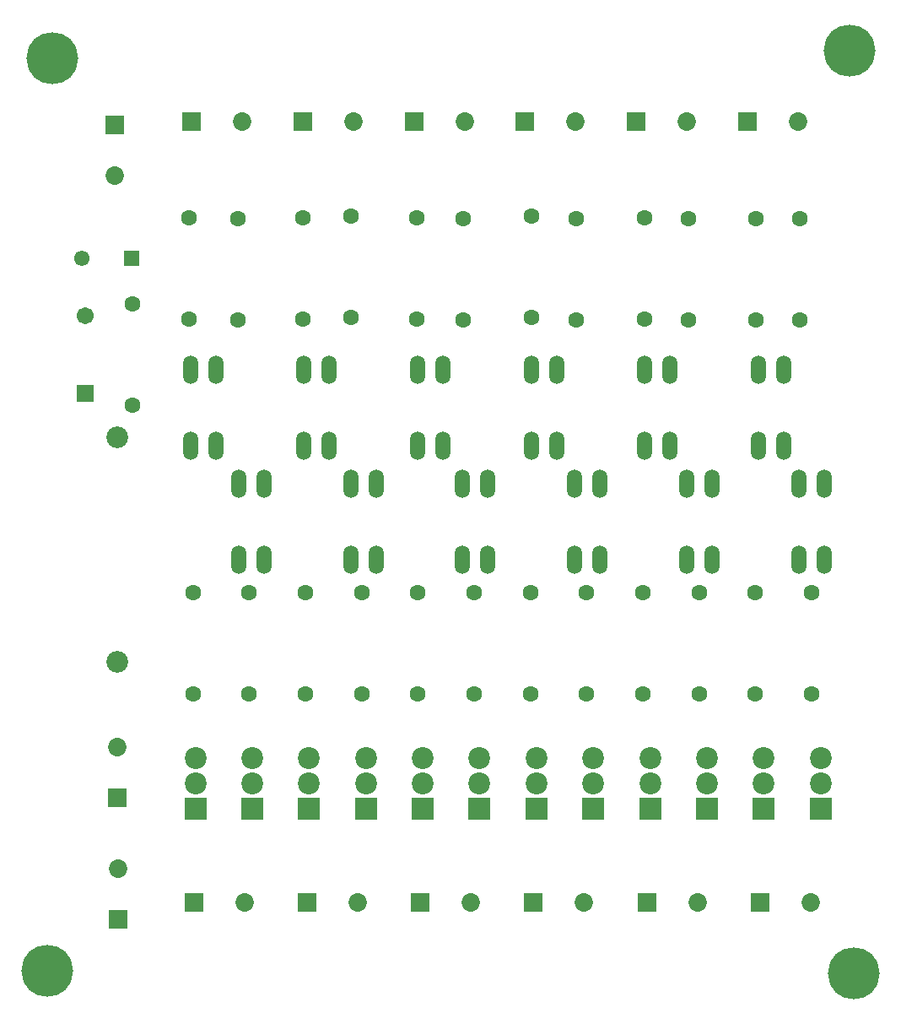
<source format=gbr>
G04*
G04 #@! TF.GenerationSoftware,Altium Limited,Altium Designer,22.4.2 (48)*
G04*
G04 Layer_Color=8388736*
%FSLAX44Y44*%
%MOMM*%
G71*
G04*
G04 #@! TF.SameCoordinates,69224164-BCDE-4545-B53B-617D96EECF20*
G04*
G04*
G04 #@! TF.FilePolarity,Negative*
G04*
G01*
G75*
%ADD15C,5.2032*%
%ADD16C,1.8532*%
%ADD17R,1.8532X1.8532*%
%ADD18C,1.5532*%
%ADD19R,1.5532X1.5532*%
%ADD20C,1.6032*%
%ADD21O,1.5240X2.8448*%
%ADD22R,1.8532X1.8532*%
%ADD23C,2.1832*%
%ADD24C,1.7032*%
%ADD25R,1.7032X1.7032*%
%ADD26R,2.1982X2.1982*%
%ADD27C,2.1982*%
D15*
X1043940Y1172210D02*
D03*
X1047750Y246380D02*
D03*
X238760Y248920D02*
D03*
X243840Y1164590D02*
D03*
D16*
X663847Y317500D02*
D03*
X306070Y1046480D02*
D03*
X309880Y351790D02*
D03*
X308610Y473710D02*
D03*
X436699Y317500D02*
D03*
X550273D02*
D03*
X777421D02*
D03*
X434340Y1101090D02*
D03*
X545846D02*
D03*
X657352D02*
D03*
X768858D02*
D03*
X890995Y317500D02*
D03*
X1004570D02*
D03*
X880364Y1101090D02*
D03*
X991870D02*
D03*
D17*
X613047Y317500D02*
D03*
X385899D02*
D03*
X499473D02*
D03*
X726621D02*
D03*
X383540Y1101090D02*
D03*
X495046D02*
D03*
X606552D02*
D03*
X718058D02*
D03*
X840195Y317500D02*
D03*
X953770D02*
D03*
X829564Y1101090D02*
D03*
X941070D02*
D03*
D18*
X273050Y963930D02*
D03*
D19*
X323050D02*
D03*
D20*
X323850Y918210D02*
D03*
Y816610D02*
D03*
X380504Y1004570D02*
D03*
Y902970D02*
D03*
X724674Y1005840D02*
D03*
Y904240D02*
D03*
X837704Y1004570D02*
D03*
Y902970D02*
D03*
X494804Y1004570D02*
D03*
Y902970D02*
D03*
X543064Y1005840D02*
D03*
Y904240D02*
D03*
X609104Y1004570D02*
D03*
Y902970D02*
D03*
X882154Y1003300D02*
D03*
Y901700D02*
D03*
X769124Y1003300D02*
D03*
Y901700D02*
D03*
X656094Y1003300D02*
D03*
Y901700D02*
D03*
X430034Y1003300D02*
D03*
Y901700D02*
D03*
X949464Y1003300D02*
D03*
Y901700D02*
D03*
X993914Y1003300D02*
D03*
Y901700D02*
D03*
X667096Y527050D02*
D03*
Y628650D02*
D03*
X441267Y527050D02*
D03*
Y628650D02*
D03*
X892925Y527050D02*
D03*
Y628650D02*
D03*
X384810Y527050D02*
D03*
Y628650D02*
D03*
X836468Y527050D02*
D03*
Y628650D02*
D03*
X610639Y527050D02*
D03*
Y628650D02*
D03*
X554182Y527050D02*
D03*
Y628650D02*
D03*
X780011Y527050D02*
D03*
Y628650D02*
D03*
X1005840Y527050D02*
D03*
Y628650D02*
D03*
X497725Y527050D02*
D03*
Y628650D02*
D03*
X723553Y527050D02*
D03*
Y628650D02*
D03*
X949383Y527050D02*
D03*
Y628650D02*
D03*
D21*
X543052Y661670D02*
D03*
X568452D02*
D03*
Y737870D02*
D03*
X543052D02*
D03*
X430530Y661670D02*
D03*
X455930D02*
D03*
Y737870D02*
D03*
X430530D02*
D03*
X880618Y661670D02*
D03*
X906018D02*
D03*
Y737870D02*
D03*
X880618D02*
D03*
X655574D02*
D03*
X680974D02*
D03*
Y661670D02*
D03*
X655574D02*
D03*
X382270Y852170D02*
D03*
X407670D02*
D03*
Y775970D02*
D03*
X382270D02*
D03*
X838454Y852170D02*
D03*
X863854D02*
D03*
Y775970D02*
D03*
X838454D02*
D03*
X610362Y852170D02*
D03*
X635762D02*
D03*
Y775970D02*
D03*
X610362D02*
D03*
X768096Y737870D02*
D03*
X793496D02*
D03*
Y661670D02*
D03*
X768096D02*
D03*
X993140Y737870D02*
D03*
X1018540D02*
D03*
Y661670D02*
D03*
X993140D02*
D03*
X496316Y852170D02*
D03*
X521716D02*
D03*
Y775970D02*
D03*
X496316D02*
D03*
X724408Y852170D02*
D03*
X749808D02*
D03*
Y775970D02*
D03*
X724408D02*
D03*
X952500Y852170D02*
D03*
X977900D02*
D03*
Y775970D02*
D03*
X952500D02*
D03*
D22*
X306070Y1097280D02*
D03*
X309880Y300990D02*
D03*
X308610Y422910D02*
D03*
D23*
Y784330D02*
D03*
Y559330D02*
D03*
D24*
X276860Y906410D02*
D03*
D25*
Y828410D02*
D03*
D26*
X387350Y411480D02*
D03*
X672523D02*
D03*
X444385D02*
D03*
X900661D02*
D03*
X843626D02*
D03*
X615488D02*
D03*
X558453D02*
D03*
X786592D02*
D03*
X1014730D02*
D03*
X501419D02*
D03*
X729557D02*
D03*
X957695D02*
D03*
D27*
X387350Y436880D02*
D03*
Y462280D02*
D03*
X672523D02*
D03*
Y436880D02*
D03*
X444385Y462280D02*
D03*
Y436880D02*
D03*
X900661Y462280D02*
D03*
Y436880D02*
D03*
X843626Y462280D02*
D03*
Y436880D02*
D03*
X615488Y462280D02*
D03*
Y436880D02*
D03*
X558453Y462280D02*
D03*
Y436880D02*
D03*
X786592Y462280D02*
D03*
Y436880D02*
D03*
X1014730Y462280D02*
D03*
Y436880D02*
D03*
X501419Y462280D02*
D03*
Y436880D02*
D03*
X729557Y462280D02*
D03*
Y436880D02*
D03*
X957695Y462280D02*
D03*
Y436880D02*
D03*
M02*

</source>
